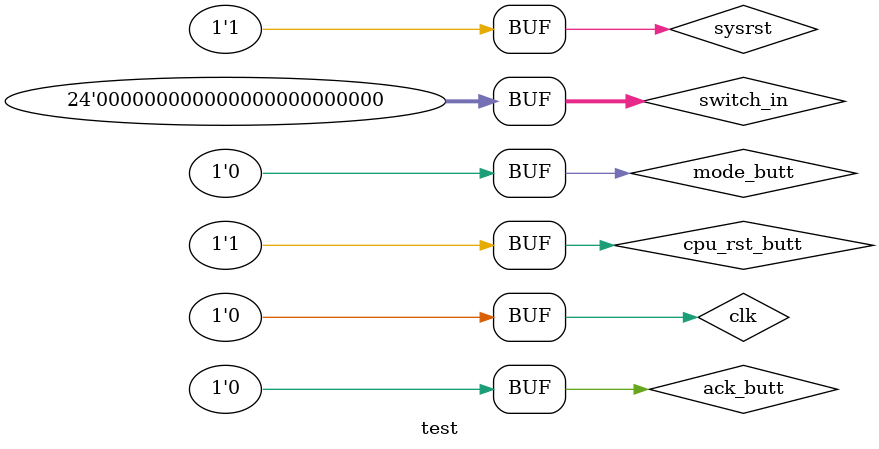
<source format=v>
`timescale 1ns / 1ps


module test;
    reg clk;
    reg sysrst;
    reg cpu_rst_butt;
    reg mode_butt;
    reg ack_butt;
    reg [23:0] switch_in;
    wire [23:0] led_out;
    wire [7:0] seg_op;
    wire [7:0] seg_out;
    wire uart_in;
    wire uart_out;
    main u_main(
    	.clk          (clk          ),
        .sysrst       (sysrst       ),
        .cpu_rst_butt (cpu_rst_butt ),
        .mode_butt    (mode_butt    ),
        .ack_butt     (ack_butt     ),
        .switch_in    (switch_in    ),
        .led_out      (led_out      ),
        .seg_op       (seg_op       ),
        .seg_out      (seg_out      ),
        .uart_in      (uart_in      ),
        .uart_out     (uart_out     )
    );
    initial begin
        clk = 0;
        sysrst = 1;
        cpu_rst_butt = 1;
        mode_butt = 0;
        ack_butt = 0;
        switch_in = 0;
    end

endmodule

</source>
